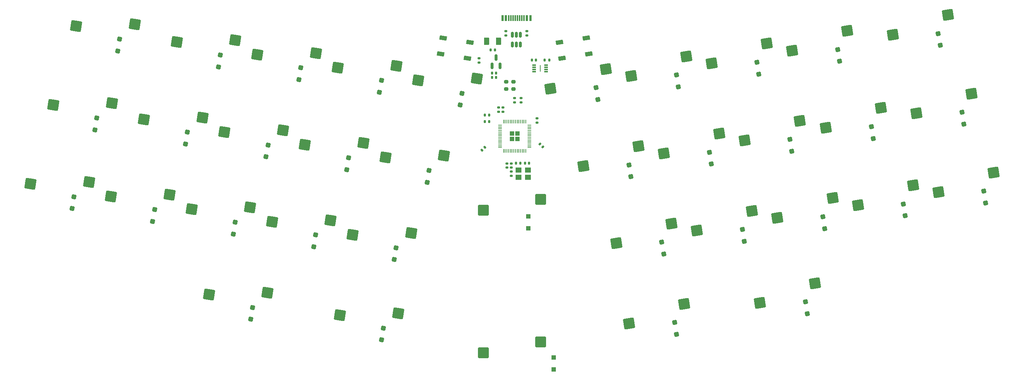
<source format=gbr>
%TF.GenerationSoftware,KiCad,Pcbnew,(7.0.0)*%
%TF.CreationDate,2024-04-21T21:29:13+02:00*%
%TF.ProjectId,clops,636c6f70-732e-46b6-9963-61645f706362,rev?*%
%TF.SameCoordinates,Original*%
%TF.FileFunction,Paste,Bot*%
%TF.FilePolarity,Positive*%
%FSLAX46Y46*%
G04 Gerber Fmt 4.6, Leading zero omitted, Abs format (unit mm)*
G04 Created by KiCad (PCBNEW (7.0.0)) date 2024-04-21 21:29:13*
%MOMM*%
%LPD*%
G01*
G04 APERTURE LIST*
G04 Aperture macros list*
%AMRoundRect*
0 Rectangle with rounded corners*
0 $1 Rounding radius*
0 $2 $3 $4 $5 $6 $7 $8 $9 X,Y pos of 4 corners*
0 Add a 4 corners polygon primitive as box body*
4,1,4,$2,$3,$4,$5,$6,$7,$8,$9,$2,$3,0*
0 Add four circle primitives for the rounded corners*
1,1,$1+$1,$2,$3*
1,1,$1+$1,$4,$5*
1,1,$1+$1,$6,$7*
1,1,$1+$1,$8,$9*
0 Add four rect primitives between the rounded corners*
20,1,$1+$1,$2,$3,$4,$5,0*
20,1,$1+$1,$4,$5,$6,$7,0*
20,1,$1+$1,$6,$7,$8,$9,0*
20,1,$1+$1,$8,$9,$2,$3,0*%
%AMRotRect*
0 Rectangle, with rotation*
0 The origin of the aperture is its center*
0 $1 length*
0 $2 width*
0 $3 Rotation angle, in degrees counterclockwise*
0 Add horizontal line*
21,1,$1,$2,0,0,$3*%
G04 Aperture macros list end*
%ADD10RoundRect,0.250000X-0.300000X0.300000X-0.300000X-0.300000X0.300000X-0.300000X0.300000X0.300000X0*%
%ADD11RoundRect,0.250000X0.300000X-0.300000X0.300000X0.300000X-0.300000X0.300000X-0.300000X-0.300000X0*%
%ADD12RoundRect,0.250000X0.855946X1.148034X-1.168815X0.827343X-0.855946X-1.148034X1.168815X-0.827343X0*%
%ADD13RoundRect,0.250000X0.249376X-0.343237X0.343237X0.249376X-0.249376X0.343237X-0.343237X-0.249376X0*%
%ADD14RoundRect,0.250000X0.343237X-0.249376X0.249376X0.343237X-0.343237X0.249376X-0.249376X-0.343237X0*%
%ADD15RoundRect,0.140000X0.170000X-0.140000X0.170000X0.140000X-0.170000X0.140000X-0.170000X-0.140000X0*%
%ADD16RoundRect,0.150000X0.150000X-0.587500X0.150000X0.587500X-0.150000X0.587500X-0.150000X-0.587500X0*%
%ADD17RoundRect,0.200000X-0.275000X0.200000X-0.275000X-0.200000X0.275000X-0.200000X0.275000X0.200000X0*%
%ADD18RoundRect,0.135000X-0.185000X0.135000X-0.185000X-0.135000X0.185000X-0.135000X0.185000X0.135000X0*%
%ADD19RoundRect,0.250000X0.375000X0.625000X-0.375000X0.625000X-0.375000X-0.625000X0.375000X-0.625000X0*%
%ADD20RoundRect,0.250000X1.168815X0.827343X-0.855946X1.148034X-1.168815X-0.827343X0.855946X-1.148034X0*%
%ADD21RoundRect,0.135000X0.135000X0.185000X-0.135000X0.185000X-0.135000X-0.185000X0.135000X-0.185000X0*%
%ADD22R,0.900000X0.300000*%
%ADD23R,0.250000X1.650000*%
%ADD24RoundRect,0.140000X-0.021213X0.219203X-0.219203X0.021213X0.021213X-0.219203X0.219203X-0.021213X0*%
%ADD25RotRect,1.700000X1.000000X189.000000*%
%ADD26RoundRect,0.140000X0.140000X0.170000X-0.140000X0.170000X-0.140000X-0.170000X0.140000X-0.170000X0*%
%ADD27RoundRect,0.250000X1.025000X1.000000X-1.025000X1.000000X-1.025000X-1.000000X1.025000X-1.000000X0*%
%ADD28RoundRect,0.140000X-0.140000X-0.170000X0.140000X-0.170000X0.140000X0.170000X-0.140000X0.170000X0*%
%ADD29RoundRect,0.140000X-0.170000X0.140000X-0.170000X-0.140000X0.170000X-0.140000X0.170000X0.140000X0*%
%ADD30RoundRect,0.150000X0.150000X-0.512500X0.150000X0.512500X-0.150000X0.512500X-0.150000X-0.512500X0*%
%ADD31RoundRect,0.250000X0.292217X0.292217X-0.292217X0.292217X-0.292217X-0.292217X0.292217X-0.292217X0*%
%ADD32RoundRect,0.050000X0.387500X0.050000X-0.387500X0.050000X-0.387500X-0.050000X0.387500X-0.050000X0*%
%ADD33RoundRect,0.050000X0.050000X0.387500X-0.050000X0.387500X-0.050000X-0.387500X0.050000X-0.387500X0*%
%ADD34R,1.400000X1.200000*%
%ADD35RoundRect,0.140000X-0.219203X-0.021213X-0.021213X-0.219203X0.219203X0.021213X0.021213X0.219203X0*%
%ADD36R,0.600000X1.450000*%
%ADD37R,0.300000X1.450000*%
%ADD38RotRect,1.700000X1.000000X171.000000*%
%ADD39RoundRect,0.135000X-0.135000X-0.185000X0.135000X-0.185000X0.135000X0.185000X-0.135000X0.185000X0*%
G04 APERTURE END LIST*
D10*
%TO.C,D34*%
X157559375Y-115281250D03*
X157559375Y-118081250D03*
%TD*%
D11*
%TO.C,D33*%
X151606250Y-85016250D03*
X151606250Y-82216250D03*
%TD*%
D12*
%TO.C,MX9*%
X213252178Y-43435342D03*
X226139243Y-38822570D03*
%TD*%
D13*
%TO.C,D15*%
X127975664Y-74251782D03*
X128413680Y-71486254D03*
%TD*%
D12*
%TO.C,MX36*%
X205728877Y-102489298D03*
X218615942Y-97876526D03*
%TD*%
D14*
%TO.C,D10*%
X247835784Y-42222847D03*
X247397768Y-39457319D03*
%TD*%
%TO.C,D28*%
X220868876Y-85068907D03*
X220430860Y-82303379D03*
%TD*%
D15*
%TO.C,C4*%
X145665500Y-57741018D03*
X145665500Y-56781018D03*
%TD*%
D16*
%TO.C,U4*%
X145015625Y-46975000D03*
X143115625Y-46975000D03*
X144065625Y-45100000D03*
%TD*%
D17*
%TO.C,R6*%
X146446875Y-50768750D03*
X146446875Y-52418750D03*
%TD*%
D18*
%TO.C,R1*%
X140096875Y-45243750D03*
X140096875Y-46263750D03*
%TD*%
D12*
%TO.C,MX20*%
X242291671Y-58123399D03*
X255178736Y-53510627D03*
%TD*%
D19*
%TO.C,F1*%
X144671875Y-41275000D03*
X141871875Y-41275000D03*
%TD*%
D20*
%TO.C,MX31*%
X76990201Y-100486389D03*
X90671953Y-100081704D03*
%TD*%
D13*
%TO.C,D23*%
X82660796Y-86362072D03*
X83098812Y-83596544D03*
%TD*%
D21*
%TO.C,R9*%
X156481875Y-45643750D03*
X155461875Y-45643750D03*
%TD*%
D22*
%TO.C,IC1*%
X155784374Y-46874999D03*
X155784374Y-47374999D03*
X155784374Y-47874999D03*
X155784374Y-48374999D03*
X152984374Y-48374999D03*
X152984374Y-47874999D03*
X152984374Y-47374999D03*
X152984374Y-46874999D03*
D23*
X154384374Y-47624999D03*
%TD*%
D14*
%TO.C,D29*%
X239684340Y-82088831D03*
X239246324Y-79323303D03*
%TD*%
D18*
%TO.C,R3*%
X146319875Y-38855480D03*
X146319875Y-39875480D03*
%TD*%
D14*
%TO.C,D20*%
X253355948Y-60636000D03*
X252917932Y-57870472D03*
%TD*%
D18*
%TO.C,R4*%
X151272875Y-38855480D03*
X151272875Y-39875480D03*
%TD*%
D13*
%TO.C,D32*%
X117311645Y-111137688D03*
X117749661Y-108372160D03*
%TD*%
D14*
%TO.C,D18*%
X213184934Y-66998464D03*
X212746918Y-64232936D03*
%TD*%
%TO.C,D9*%
X224316455Y-45947943D03*
X223878439Y-43182415D03*
%TD*%
D20*
%TO.C,MX15*%
X118229347Y-68443107D03*
X131911099Y-68038422D03*
%TD*%
%TO.C,MX5*%
X125913289Y-50372663D03*
X139595041Y-49967978D03*
%TD*%
D24*
%TO.C,C11*%
X141464661Y-66081482D03*
X140785839Y-66760304D03*
%TD*%
D13*
%TO.C,D2*%
X79213217Y-47241108D03*
X79651233Y-44475580D03*
%TD*%
D15*
%TO.C,C8*%
X144649500Y-57741018D03*
X144649500Y-56781018D03*
%TD*%
D13*
%TO.C,D1*%
X55693889Y-43516013D03*
X56131905Y-40750485D03*
%TD*%
D25*
%TO.C,SW4*%
X165135867Y-40493123D03*
X158913430Y-41478660D03*
X165730318Y-44246338D03*
X159507881Y-45231875D03*
%TD*%
D12*
%TO.C,MX29*%
X228620063Y-79576230D03*
X241507128Y-74963458D03*
%TD*%
D13*
%TO.C,D11*%
X50361879Y-61958966D03*
X50799895Y-59193438D03*
%TD*%
%TO.C,D24*%
X101476258Y-89342149D03*
X101914274Y-86576621D03*
%TD*%
D26*
%TO.C,C17*%
X144069875Y-49723375D03*
X143109875Y-49723375D03*
%TD*%
D13*
%TO.C,D13*%
X90344738Y-68291629D03*
X90782754Y-65526101D03*
%TD*%
D15*
%TO.C,C13*%
X148431250Y-55547250D03*
X148431250Y-54587250D03*
%TD*%
D27*
%TO.C,MX34*%
X141071250Y-114141250D03*
X154521250Y-111601250D03*
%TD*%
D13*
%TO.C,D4*%
X116844143Y-53201261D03*
X117282159Y-50435733D03*
%TD*%
D28*
%TO.C,C16*%
X142823625Y-43243500D03*
X143783625Y-43243500D03*
%TD*%
D29*
%TO.C,C10*%
X147597984Y-69849030D03*
X147597984Y-70809030D03*
%TD*%
D13*
%TO.C,D12*%
X71529275Y-65311552D03*
X71967291Y-62546024D03*
%TD*%
D14*
%TO.C,D7*%
X186685529Y-51908096D03*
X186247513Y-49142568D03*
%TD*%
D15*
%TO.C,C15*%
X153666500Y-60281018D03*
X153666500Y-59321018D03*
%TD*%
D14*
%TO.C,D16*%
X175554009Y-72958617D03*
X175115993Y-70193089D03*
%TD*%
D30*
%TO.C,U2*%
X149778125Y-42011105D03*
X148828125Y-42011105D03*
X147878125Y-42011105D03*
X147878125Y-39736105D03*
X148828125Y-39736105D03*
X149778125Y-39736105D03*
%TD*%
D12*
%TO.C,MX26*%
X172173674Y-88516460D03*
X185060739Y-83903688D03*
%TD*%
D29*
%TO.C,C6*%
X146604234Y-69849030D03*
X146604234Y-70809030D03*
%TD*%
D14*
%TO.C,D6*%
X167870067Y-54888173D03*
X167432051Y-52122645D03*
%TD*%
D20*
%TO.C,MX21*%
X35283553Y-74593245D03*
X48965305Y-74188560D03*
%TD*%
%TO.C,MX25*%
X110545404Y-86513551D03*
X124227156Y-86108866D03*
%TD*%
%TO.C,MX3*%
X88282363Y-44412510D03*
X101964115Y-44007825D03*
%TD*%
D12*
%TO.C,MX10*%
X236771507Y-39710247D03*
X249658572Y-35097475D03*
%TD*%
%TO.C,MX35*%
X175153751Y-107331923D03*
X188040816Y-102719151D03*
%TD*%
D14*
%TO.C,D27*%
X202053414Y-88048984D03*
X201615398Y-85283456D03*
%TD*%
D13*
%TO.C,D21*%
X45029870Y-80401919D03*
X45467886Y-77636391D03*
%TD*%
D20*
%TO.C,MX23*%
X72914478Y-80553398D03*
X86596230Y-80148713D03*
%TD*%
%TO.C,MX14*%
X99413884Y-65463031D03*
X113095636Y-65058346D03*
%TD*%
D27*
%TO.C,MX33*%
X141071250Y-80803750D03*
X154521250Y-78263750D03*
%TD*%
D13*
%TO.C,D22*%
X63845333Y-83381996D03*
X64283349Y-80616468D03*
%TD*%
D20*
%TO.C,MX2*%
X69466900Y-41432434D03*
X83148652Y-41027749D03*
%TD*%
D12*
%TO.C,MX6*%
X156805790Y-52375572D03*
X169692855Y-47762800D03*
%TD*%
D15*
%TO.C,C5*%
X149955250Y-55547250D03*
X149955250Y-54587250D03*
%TD*%
D14*
%TO.C,D17*%
X194369472Y-69978540D03*
X193931456Y-67213012D03*
%TD*%
%TO.C,D19*%
X232188552Y-63988586D03*
X231750536Y-61223058D03*
%TD*%
%TO.C,D26*%
X183237951Y-91029060D03*
X182799935Y-88263532D03*
%TD*%
D26*
%TO.C,C2*%
X151775625Y-69818250D03*
X150815625Y-69818250D03*
%TD*%
%TO.C,C9*%
X142434250Y-60039250D03*
X141474250Y-60039250D03*
%TD*%
D13*
%TO.C,D25*%
X120291721Y-92322225D03*
X120729737Y-89556697D03*
%TD*%
D28*
%TO.C,C7*%
X143109875Y-48707375D03*
X144069875Y-48707375D03*
%TD*%
D15*
%TO.C,C3*%
X147632750Y-72727018D03*
X147632750Y-71767018D03*
%TD*%
D13*
%TO.C,D3*%
X98028680Y-50221185D03*
X98466696Y-47455657D03*
%TD*%
D17*
%TO.C,R5*%
X148097875Y-50768750D03*
X148097875Y-52418750D03*
%TD*%
D12*
%TO.C,MX19*%
X221124275Y-61475985D03*
X234011340Y-56863213D03*
%TD*%
D13*
%TO.C,D5*%
X135659606Y-56181338D03*
X136097622Y-53415810D03*
%TD*%
D14*
%TO.C,D35*%
X186218028Y-109844523D03*
X185780012Y-107078995D03*
%TD*%
D20*
%TO.C,MX24*%
X91729941Y-83533474D03*
X105411693Y-83128789D03*
%TD*%
D12*
%TO.C,MX18*%
X202120657Y-64485863D03*
X215007722Y-59873091D03*
%TD*%
%TO.C,MX30*%
X247435526Y-76596153D03*
X260322591Y-71983381D03*
%TD*%
D31*
%TO.C,U3*%
X149068750Y-64137500D03*
X149068750Y-62862500D03*
X147793750Y-64137500D03*
X147793750Y-62862500D03*
D32*
X151868750Y-60900000D03*
X151868750Y-61300000D03*
X151868750Y-61700000D03*
X151868750Y-62100000D03*
X151868750Y-62500000D03*
X151868750Y-62900000D03*
X151868750Y-63300000D03*
X151868750Y-63700000D03*
X151868750Y-64100000D03*
X151868750Y-64500000D03*
X151868750Y-64900000D03*
X151868750Y-65300000D03*
X151868750Y-65700000D03*
X151868750Y-66100000D03*
D33*
X151031250Y-66937500D03*
X150631250Y-66937500D03*
X150231250Y-66937500D03*
X149831250Y-66937500D03*
X149431250Y-66937500D03*
X149031250Y-66937500D03*
X148631250Y-66937500D03*
X148231250Y-66937500D03*
X147831250Y-66937500D03*
X147431250Y-66937500D03*
X147031250Y-66937500D03*
X146631250Y-66937500D03*
X146231250Y-66937500D03*
X145831250Y-66937500D03*
D32*
X144993750Y-66100000D03*
X144993750Y-65700000D03*
X144993750Y-65300000D03*
X144993750Y-64900000D03*
X144993750Y-64500000D03*
X144993750Y-64100000D03*
X144993750Y-63700000D03*
X144993750Y-63300000D03*
X144993750Y-62900000D03*
X144993750Y-62500000D03*
X144993750Y-62100000D03*
X144993750Y-61700000D03*
X144993750Y-61300000D03*
X144993750Y-60900000D03*
D33*
X145831250Y-60062500D03*
X146231250Y-60062500D03*
X146631250Y-60062500D03*
X147031250Y-60062500D03*
X147431250Y-60062500D03*
X147831250Y-60062500D03*
X148231250Y-60062500D03*
X148631250Y-60062500D03*
X149031250Y-60062500D03*
X149431250Y-60062500D03*
X149831250Y-60062500D03*
X150231250Y-60062500D03*
X150631250Y-60062500D03*
X151031250Y-60062500D03*
%TD*%
D12*
%TO.C,MX16*%
X164489732Y-70446016D03*
X177376797Y-65833244D03*
%TD*%
D14*
%TO.C,D8*%
X205500991Y-48928020D03*
X205062975Y-46162492D03*
%TD*%
D12*
%TO.C,MX8*%
X194436715Y-46415419D03*
X207323780Y-41802647D03*
%TD*%
D13*
%TO.C,D31*%
X86736518Y-106295064D03*
X87174534Y-103529536D03*
%TD*%
D20*
%TO.C,MX32*%
X107565328Y-105329014D03*
X121247080Y-104924329D03*
%TD*%
D26*
%TO.C,C18*%
X153376875Y-45643750D03*
X152416875Y-45643750D03*
%TD*%
D34*
%TO.C,Y1*%
X149315624Y-71381249D03*
X151515624Y-71381249D03*
X151515624Y-73081249D03*
X149315624Y-73081249D03*
%TD*%
D20*
%TO.C,MX4*%
X107097826Y-47392587D03*
X120779578Y-46987902D03*
%TD*%
D12*
%TO.C,MX17*%
X183305195Y-67465939D03*
X196192260Y-62853167D03*
%TD*%
%TO.C,MX27*%
X190989137Y-85536383D03*
X203876202Y-80923611D03*
%TD*%
D35*
%TO.C,C12*%
X154343089Y-65303607D03*
X155021911Y-65982429D03*
%TD*%
D12*
%TO.C,MX7*%
X175621253Y-49395496D03*
X188508318Y-44782724D03*
%TD*%
D36*
%TO.C,J1*%
X145578124Y-35794999D03*
X146378124Y-35794999D03*
D37*
X147578124Y-35794999D03*
X148578124Y-35794999D03*
X149078124Y-35794999D03*
X150078124Y-35794999D03*
D36*
X151278124Y-35794999D03*
X152078124Y-35794999D03*
X152078124Y-35794999D03*
X151278124Y-35794999D03*
D37*
X150578124Y-35794999D03*
X149578124Y-35794999D03*
X148078124Y-35794999D03*
X147078124Y-35794999D03*
D36*
X146378124Y-35794999D03*
X145578124Y-35794999D03*
%TD*%
D38*
%TO.C,SWR1*%
X137949068Y-41478660D03*
X131726631Y-40493123D03*
X137354617Y-45231875D03*
X131132180Y-44246338D03*
%TD*%
D20*
%TO.C,MX13*%
X80598421Y-62482954D03*
X94280173Y-62078269D03*
%TD*%
D14*
%TO.C,D30*%
X258499803Y-79108754D03*
X258061787Y-76343226D03*
%TD*%
D20*
%TO.C,MX12*%
X61782958Y-59502877D03*
X75464710Y-59098192D03*
%TD*%
%TO.C,MX11*%
X40615562Y-56150291D03*
X54297314Y-55745606D03*
%TD*%
D12*
%TO.C,MX28*%
X209804599Y-82556307D03*
X222691664Y-77943535D03*
%TD*%
D20*
%TO.C,MX22*%
X54099016Y-77573321D03*
X67780768Y-77168636D03*
%TD*%
D39*
%TO.C,R7*%
X148710250Y-69818250D03*
X149730250Y-69818250D03*
%TD*%
D14*
%TO.C,D36*%
X216793154Y-105001899D03*
X216355138Y-102236371D03*
%TD*%
D13*
%TO.C,D14*%
X109160201Y-71271705D03*
X109598217Y-68506177D03*
%TD*%
D20*
%TO.C,MX1*%
X45947572Y-37707338D03*
X59629324Y-37302653D03*
%TD*%
D26*
%TO.C,C14*%
X142434250Y-58515250D03*
X141474250Y-58515250D03*
%TD*%
M02*

</source>
